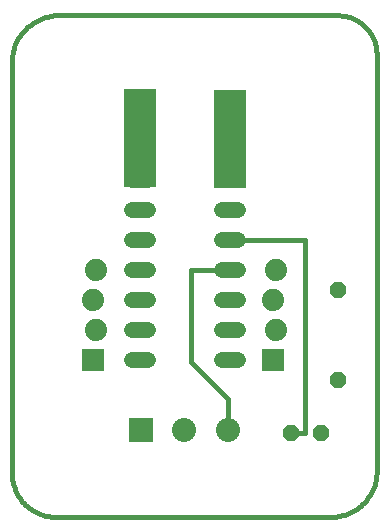
<source format=gtl>
G75*
G70*
%OFA0B0*%
%FSLAX24Y24*%
%IPPOS*%
%LPD*%
%AMOC8*
5,1,8,0,0,1.08239X$1,22.5*
%
%ADD10R,0.1059X0.3274*%
%ADD11R,0.1059X0.3274*%
%ADD12C,0.0160*%
%ADD13C,0.0520*%
%ADD14R,0.0740X0.0740*%
%ADD15C,0.0740*%
%ADD16OC8,0.0520*%
%ADD17R,0.0800X0.0800*%
%ADD18C,0.0800*%
%ADD19R,0.1000X0.1000*%
D10*
X004456Y012807D03*
D11*
X007466Y012792D03*
D12*
X000185Y008320D02*
X000185Y001641D01*
X000187Y001567D01*
X000192Y001493D01*
X000202Y001420D01*
X000215Y001347D01*
X000232Y001275D01*
X000252Y001204D01*
X000276Y001134D01*
X000303Y001065D01*
X000334Y000998D01*
X000369Y000932D01*
X000406Y000868D01*
X000447Y000806D01*
X000491Y000747D01*
X000537Y000689D01*
X000587Y000634D01*
X000639Y000582D01*
X000694Y000532D01*
X000752Y000486D01*
X000811Y000442D01*
X000873Y000401D01*
X000937Y000364D01*
X001003Y000329D01*
X001070Y000298D01*
X001139Y000271D01*
X001209Y000247D01*
X001280Y000227D01*
X001352Y000210D01*
X001425Y000197D01*
X001498Y000187D01*
X001572Y000182D01*
X001646Y000180D01*
X010820Y000180D01*
X010897Y000182D01*
X010975Y000188D01*
X011051Y000198D01*
X011128Y000211D01*
X011203Y000229D01*
X011277Y000250D01*
X011351Y000275D01*
X011423Y000304D01*
X011493Y000336D01*
X011562Y000372D01*
X011628Y000411D01*
X011693Y000454D01*
X011755Y000500D01*
X011815Y000549D01*
X011873Y000601D01*
X011927Y000655D01*
X011979Y000713D01*
X012028Y000773D01*
X012074Y000835D01*
X012117Y000900D01*
X012156Y000966D01*
X012192Y001035D01*
X012224Y001105D01*
X012253Y001177D01*
X012278Y001251D01*
X012299Y001325D01*
X012317Y001400D01*
X012330Y001477D01*
X012340Y001553D01*
X012346Y001631D01*
X012348Y001708D01*
X012347Y001708D02*
X012347Y015584D01*
X012348Y015584D02*
X012346Y015655D01*
X012340Y015726D01*
X012331Y015796D01*
X012317Y015866D01*
X012300Y015935D01*
X012279Y016003D01*
X012255Y016070D01*
X012227Y016135D01*
X012195Y016199D01*
X012160Y016261D01*
X012122Y016321D01*
X012080Y016379D01*
X012036Y016434D01*
X011988Y016487D01*
X011938Y016537D01*
X011885Y016585D01*
X011830Y016629D01*
X011772Y016671D01*
X011712Y016709D01*
X011650Y016744D01*
X011586Y016776D01*
X011521Y016804D01*
X011454Y016828D01*
X011386Y016849D01*
X011317Y016866D01*
X011247Y016880D01*
X011177Y016889D01*
X011106Y016895D01*
X011035Y016897D01*
X006035Y016897D01*
X006091Y016905D02*
X001760Y016905D01*
X001760Y016904D02*
X001682Y016902D01*
X001605Y016896D01*
X001528Y016887D01*
X001452Y016874D01*
X001376Y016857D01*
X001301Y016836D01*
X001228Y016812D01*
X001155Y016784D01*
X001084Y016752D01*
X001015Y016717D01*
X000948Y016679D01*
X000882Y016638D01*
X000819Y016593D01*
X000758Y016545D01*
X000699Y016495D01*
X000643Y016441D01*
X000589Y016385D01*
X000539Y016326D01*
X000491Y016265D01*
X000446Y016202D01*
X000405Y016136D01*
X000367Y016069D01*
X000332Y016000D01*
X000300Y015929D01*
X000272Y015856D01*
X000248Y015783D01*
X000227Y015708D01*
X000210Y015632D01*
X000197Y015556D01*
X000188Y015479D01*
X000182Y015402D01*
X000180Y015324D01*
X000180Y008337D01*
X006163Y008423D02*
X006163Y005329D01*
X007376Y004117D01*
X007376Y003089D01*
X009494Y002973D02*
X009974Y002973D01*
X009974Y009425D01*
X007457Y009425D01*
X007457Y009423D01*
X007457Y008423D02*
X007457Y008423D01*
X006163Y008423D01*
D13*
X007197Y008423D02*
X007717Y008423D01*
X007717Y007423D02*
X007197Y007423D01*
X007197Y006423D02*
X007717Y006423D01*
X007717Y005423D02*
X007197Y005423D01*
X004717Y005423D02*
X004197Y005423D01*
X004197Y006423D02*
X004717Y006423D01*
X004717Y007423D02*
X004197Y007423D01*
X004197Y008423D02*
X004717Y008423D01*
X004717Y009423D02*
X004197Y009423D01*
X004197Y010423D02*
X004717Y010423D01*
X004717Y011423D02*
X004197Y011423D01*
X007197Y011423D02*
X007717Y011423D01*
X007717Y010423D02*
X007197Y010423D01*
X007197Y009423D02*
X007717Y009423D01*
D14*
X008907Y005423D03*
X002907Y005423D03*
D15*
X003007Y006423D03*
X002907Y007423D03*
X003007Y008423D03*
X008907Y007423D03*
X009007Y006423D03*
X009007Y008423D03*
D16*
X011062Y007748D03*
X011062Y004748D03*
X010494Y002973D03*
X009494Y002973D03*
D17*
X004480Y003089D03*
D18*
X005928Y003089D03*
X007376Y003089D03*
D19*
X007459Y012620D03*
X007466Y013919D03*
X004458Y013926D03*
X004451Y012627D03*
M02*

</source>
